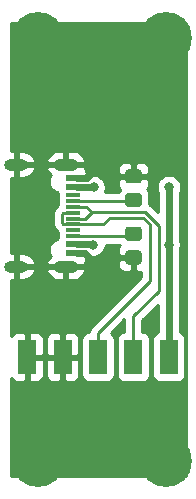
<source format=gbr>
%TF.GenerationSoftware,KiCad,Pcbnew,(5.1.10)-1*%
%TF.CreationDate,2021-05-17T17:41:51-05:00*%
%TF.ProjectId,YMDK_USB_C,594d444b-5f55-4534-925f-432e6b696361,rev?*%
%TF.SameCoordinates,Original*%
%TF.FileFunction,Copper,L1,Top*%
%TF.FilePolarity,Positive*%
%FSLAX46Y46*%
G04 Gerber Fmt 4.6, Leading zero omitted, Abs format (unit mm)*
G04 Created by KiCad (PCBNEW (5.1.10)-1) date 2021-05-17 17:41:51*
%MOMM*%
%LPD*%
G01*
G04 APERTURE LIST*
%TA.AperFunction,ComponentPad*%
%ADD10O,2.000000X1.000000*%
%TD*%
%TA.AperFunction,ComponentPad*%
%ADD11O,2.100000X1.050000*%
%TD*%
%TA.AperFunction,SMDPad,CuDef*%
%ADD12R,1.150000X0.600000*%
%TD*%
%TA.AperFunction,SMDPad,CuDef*%
%ADD13R,1.150000X0.300000*%
%TD*%
%TA.AperFunction,ComponentPad*%
%ADD14C,4.400000*%
%TD*%
%TA.AperFunction,SMDPad,CuDef*%
%ADD15R,1.524000X3.000000*%
%TD*%
%TA.AperFunction,ViaPad*%
%ADD16C,0.800000*%
%TD*%
%TA.AperFunction,Conductor*%
%ADD17C,0.250000*%
%TD*%
%TA.AperFunction,Conductor*%
%ADD18C,0.600000*%
%TD*%
%TA.AperFunction,Conductor*%
%ADD19C,0.254000*%
%TD*%
%TA.AperFunction,Conductor*%
%ADD20C,0.100000*%
%TD*%
G04 APERTURE END LIST*
D10*
%TO.P,J1,G1*%
%TO.N,GND*%
X131100000Y-64198000D03*
%TO.P,J1,G2*%
X131100000Y-72838000D03*
D11*
%TO.P,J1,G3*%
X135280000Y-64198000D03*
%TO.P,J1,G4*%
X135280000Y-72838000D03*
D12*
%TO.P,J1,A1/B12*%
X135855000Y-65318000D03*
%TO.P,J1,B1/A12*%
X135855000Y-71718000D03*
%TO.P,J1,A4/B9*%
%TO.N,Net-(J1-PadA4/B9)*%
X135855000Y-66118000D03*
%TO.P,J1,B4/A9*%
X135855000Y-70918000D03*
D13*
%TO.P,J1,A7*%
%TO.N,Net-(J1-PadA7)*%
X135855000Y-68768000D03*
%TO.P,J1,A6*%
%TO.N,Net-(J1-PadA6)*%
X135855000Y-68268000D03*
%TO.P,J1,B6*%
X135855000Y-69268000D03*
%TO.P,J1,A8*%
%TO.N,Net-(J1-PadA8)*%
X135855000Y-69768000D03*
%TO.P,J1,B5*%
%TO.N,Net-(J1-PadB5)*%
X135855000Y-70268000D03*
%TO.P,J1,B7*%
%TO.N,Net-(J1-PadA7)*%
X135855000Y-67768000D03*
%TO.P,J1,A5*%
%TO.N,Net-(J1-PadA5)*%
X135855000Y-67268000D03*
%TO.P,J1,B8*%
%TO.N,Net-(J1-PadB8)*%
X135855000Y-66768000D03*
%TD*%
D14*
%TO.P,H2,1*%
%TO.N,GND*%
X132937000Y-53492500D03*
%TD*%
%TO.P,H1,1*%
%TO.N,GND*%
X143732000Y-53492500D03*
%TD*%
%TO.P,H4,1*%
%TO.N,GND*%
X143732000Y-89306500D03*
%TD*%
%TO.P,H3,1*%
%TO.N,GND*%
X132937000Y-89306500D03*
%TD*%
D15*
%TO.P,J2_5,1*%
%TO.N,GND*%
X132000000Y-80500000D03*
%TD*%
%TO.P,J2_4,1*%
%TO.N,GND*%
X135000000Y-80500000D03*
%TD*%
%TO.P,J2_3,1*%
%TO.N,Net-(J1-PadA6)*%
X138000000Y-80500000D03*
%TD*%
%TO.P,J2_2,1*%
%TO.N,Net-(J1-PadA7)*%
X141000000Y-80500000D03*
%TD*%
%TO.P,J2_1,1*%
%TO.N,Net-(J1-PadA4/B9)*%
X144000000Y-80500000D03*
%TD*%
%TO.P,R2,2*%
%TO.N,GND*%
%TA.AperFunction,SMDPad,CuDef*%
G36*
G01*
X140559999Y-71460000D02*
X141460001Y-71460000D01*
G75*
G02*
X141710000Y-71709999I0J-249999D01*
G01*
X141710000Y-72410001D01*
G75*
G02*
X141460001Y-72660000I-249999J0D01*
G01*
X140559999Y-72660000D01*
G75*
G02*
X140310000Y-72410001I0J249999D01*
G01*
X140310000Y-71709999D01*
G75*
G02*
X140559999Y-71460000I249999J0D01*
G01*
G37*
%TD.AperFunction*%
%TO.P,R2,1*%
%TO.N,Net-(J1-PadB5)*%
%TA.AperFunction,SMDPad,CuDef*%
G36*
G01*
X140559999Y-69460000D02*
X141460001Y-69460000D01*
G75*
G02*
X141710000Y-69709999I0J-249999D01*
G01*
X141710000Y-70410001D01*
G75*
G02*
X141460001Y-70660000I-249999J0D01*
G01*
X140559999Y-70660000D01*
G75*
G02*
X140310000Y-70410001I0J249999D01*
G01*
X140310000Y-69709999D01*
G75*
G02*
X140559999Y-69460000I249999J0D01*
G01*
G37*
%TD.AperFunction*%
%TD*%
%TO.P,R1,2*%
%TO.N,GND*%
%TA.AperFunction,SMDPad,CuDef*%
G36*
G01*
X141460001Y-65800000D02*
X140559999Y-65800000D01*
G75*
G02*
X140310000Y-65550001I0J249999D01*
G01*
X140310000Y-64849999D01*
G75*
G02*
X140559999Y-64600000I249999J0D01*
G01*
X141460001Y-64600000D01*
G75*
G02*
X141710000Y-64849999I0J-249999D01*
G01*
X141710000Y-65550001D01*
G75*
G02*
X141460001Y-65800000I-249999J0D01*
G01*
G37*
%TD.AperFunction*%
%TO.P,R1,1*%
%TO.N,Net-(J1-PadA5)*%
%TA.AperFunction,SMDPad,CuDef*%
G36*
G01*
X141460001Y-67800000D02*
X140559999Y-67800000D01*
G75*
G02*
X140310000Y-67550001I0J249999D01*
G01*
X140310000Y-66849999D01*
G75*
G02*
X140559999Y-66600000I249999J0D01*
G01*
X141460001Y-66600000D01*
G75*
G02*
X141710000Y-66849999I0J-249999D01*
G01*
X141710000Y-67550001D01*
G75*
G02*
X141460001Y-67800000I-249999J0D01*
G01*
G37*
%TD.AperFunction*%
%TD*%
D16*
%TO.N,Net-(J1-PadA4/B9)*%
X137610000Y-70968001D03*
X144010000Y-66110000D03*
X137630000Y-66110000D03*
X143978001Y-70968001D03*
%TD*%
D17*
%TO.N,Net-(J1-PadA5)*%
X140942000Y-67268000D02*
X136185000Y-67268000D01*
X141010000Y-67200000D02*
X140942000Y-67268000D01*
%TO.N,Net-(J1-PadA7)*%
X136995002Y-67768000D02*
X136185000Y-67768000D01*
X137467002Y-68240000D02*
X136995002Y-67768000D01*
X137460000Y-68240000D02*
X136932000Y-68768000D01*
X136932000Y-68768000D02*
X136185000Y-68768000D01*
X137467002Y-68240000D02*
X137460000Y-68240000D01*
X141000000Y-77040000D02*
X141000000Y-80500000D01*
X143150000Y-74890000D02*
X141000000Y-77040000D01*
X141996410Y-68240000D02*
X143150000Y-69393590D01*
X137467002Y-68240000D02*
X141996410Y-68240000D01*
X143150000Y-74890000D02*
X143150000Y-69393590D01*
%TO.N,Net-(J1-PadA6)*%
X142390000Y-69270000D02*
X141810010Y-68690010D01*
X138000000Y-78430000D02*
X142390000Y-74040000D01*
X141810010Y-68690010D02*
X139035990Y-68690010D01*
X138000000Y-80500000D02*
X138000000Y-78430000D01*
X139035990Y-68690010D02*
X138458000Y-69268000D01*
X136185000Y-69268000D02*
X138458000Y-69268000D01*
X142390000Y-74040000D02*
X142390000Y-69270000D01*
X135044998Y-68268000D02*
X135855000Y-68268000D01*
X134954999Y-68357999D02*
X135044998Y-68268000D01*
X134954999Y-69178001D02*
X134954999Y-68357999D01*
X135044998Y-69268000D02*
X134954999Y-69178001D01*
X135855000Y-69268000D02*
X135044998Y-69268000D01*
%TO.N,Net-(J1-PadB5)*%
X136396999Y-70243001D02*
X140826999Y-70243001D01*
X140826999Y-70243001D02*
X141010000Y-70060000D01*
X136372000Y-70268000D02*
X136396999Y-70243001D01*
X136185000Y-70268000D02*
X136372000Y-70268000D01*
%TO.N,GND*%
X136192000Y-71560000D02*
X136185000Y-71553000D01*
D18*
X136185000Y-65318000D02*
X137062000Y-65318000D01*
X137062000Y-65318000D02*
X137660000Y-64720000D01*
X136185000Y-71718000D02*
X136878000Y-71718000D01*
X136878000Y-71718000D02*
X137830000Y-72670000D01*
D17*
%TO.N,Net-(J1-PadA4/B9)*%
X144000000Y-74630000D02*
X143910000Y-74540000D01*
D18*
X144000000Y-80500000D02*
X144000000Y-74630000D01*
X137559999Y-70918000D02*
X137610000Y-70968001D01*
X136185000Y-70918000D02*
X137559999Y-70918000D01*
X137622000Y-66118000D02*
X137630000Y-66110000D01*
X136185000Y-66118000D02*
X137622000Y-66118000D01*
X144000000Y-66120000D02*
X144010000Y-66110000D01*
X144000000Y-74630000D02*
X144000000Y-66120000D01*
%TD*%
D19*
%TO.N,GND*%
X145469001Y-90599000D02*
X130660000Y-90599000D01*
X130660000Y-82265698D01*
X130707463Y-82354494D01*
X130786815Y-82451185D01*
X130883506Y-82530537D01*
X130993820Y-82589502D01*
X131113518Y-82625812D01*
X131238000Y-82638072D01*
X131714250Y-82635000D01*
X131873000Y-82476250D01*
X131873000Y-80627000D01*
X132127000Y-80627000D01*
X132127000Y-82476250D01*
X132285750Y-82635000D01*
X132762000Y-82638072D01*
X132886482Y-82625812D01*
X133006180Y-82589502D01*
X133116494Y-82530537D01*
X133213185Y-82451185D01*
X133292537Y-82354494D01*
X133351502Y-82244180D01*
X133387812Y-82124482D01*
X133400072Y-82000000D01*
X133599928Y-82000000D01*
X133612188Y-82124482D01*
X133648498Y-82244180D01*
X133707463Y-82354494D01*
X133786815Y-82451185D01*
X133883506Y-82530537D01*
X133993820Y-82589502D01*
X134113518Y-82625812D01*
X134238000Y-82638072D01*
X134714250Y-82635000D01*
X134873000Y-82476250D01*
X134873000Y-80627000D01*
X135127000Y-80627000D01*
X135127000Y-82476250D01*
X135285750Y-82635000D01*
X135762000Y-82638072D01*
X135886482Y-82625812D01*
X136006180Y-82589502D01*
X136116494Y-82530537D01*
X136213185Y-82451185D01*
X136292537Y-82354494D01*
X136351502Y-82244180D01*
X136387812Y-82124482D01*
X136400072Y-82000000D01*
X136397000Y-80785750D01*
X136238250Y-80627000D01*
X135127000Y-80627000D01*
X134873000Y-80627000D01*
X133761750Y-80627000D01*
X133603000Y-80785750D01*
X133599928Y-82000000D01*
X133400072Y-82000000D01*
X133397000Y-80785750D01*
X133238250Y-80627000D01*
X132127000Y-80627000D01*
X131873000Y-80627000D01*
X131853000Y-80627000D01*
X131853000Y-80373000D01*
X131873000Y-80373000D01*
X131873000Y-78523750D01*
X132127000Y-78523750D01*
X132127000Y-80373000D01*
X133238250Y-80373000D01*
X133397000Y-80214250D01*
X133400072Y-79000000D01*
X133599928Y-79000000D01*
X133603000Y-80214250D01*
X133761750Y-80373000D01*
X134873000Y-80373000D01*
X134873000Y-78523750D01*
X135127000Y-78523750D01*
X135127000Y-80373000D01*
X136238250Y-80373000D01*
X136397000Y-80214250D01*
X136400072Y-79000000D01*
X136387812Y-78875518D01*
X136351502Y-78755820D01*
X136292537Y-78645506D01*
X136213185Y-78548815D01*
X136116494Y-78469463D01*
X136006180Y-78410498D01*
X135886482Y-78374188D01*
X135762000Y-78361928D01*
X135285750Y-78365000D01*
X135127000Y-78523750D01*
X134873000Y-78523750D01*
X134714250Y-78365000D01*
X134238000Y-78361928D01*
X134113518Y-78374188D01*
X133993820Y-78410498D01*
X133883506Y-78469463D01*
X133786815Y-78548815D01*
X133707463Y-78645506D01*
X133648498Y-78755820D01*
X133612188Y-78875518D01*
X133599928Y-79000000D01*
X133400072Y-79000000D01*
X133387812Y-78875518D01*
X133351502Y-78755820D01*
X133292537Y-78645506D01*
X133213185Y-78548815D01*
X133116494Y-78469463D01*
X133006180Y-78410498D01*
X132886482Y-78374188D01*
X132762000Y-78361928D01*
X132285750Y-78365000D01*
X132127000Y-78523750D01*
X131873000Y-78523750D01*
X131714250Y-78365000D01*
X131238000Y-78361928D01*
X131113518Y-78374188D01*
X130993820Y-78410498D01*
X130883506Y-78469463D01*
X130786815Y-78548815D01*
X130707463Y-78645506D01*
X130660000Y-78734302D01*
X130660000Y-73973000D01*
X130973000Y-73973000D01*
X130973000Y-72965000D01*
X131227000Y-72965000D01*
X131227000Y-73973000D01*
X131727000Y-73973000D01*
X131945987Y-73926415D01*
X132151678Y-73838003D01*
X132336169Y-73711161D01*
X132492369Y-73550764D01*
X132614276Y-73362976D01*
X132692710Y-73143810D01*
X133636036Y-73143810D01*
X133719937Y-73376864D01*
X133844953Y-73568441D01*
X134004941Y-73731947D01*
X134193754Y-73861099D01*
X134404135Y-73950934D01*
X134628000Y-73998000D01*
X135153000Y-73998000D01*
X135153000Y-72965000D01*
X135407000Y-72965000D01*
X135407000Y-73998000D01*
X135932000Y-73998000D01*
X136155865Y-73950934D01*
X136366246Y-73861099D01*
X136555059Y-73731947D01*
X136715047Y-73568441D01*
X136840063Y-73376864D01*
X136923964Y-73143810D01*
X136798163Y-72965000D01*
X135407000Y-72965000D01*
X135153000Y-72965000D01*
X133761837Y-72965000D01*
X133636036Y-73143810D01*
X132692710Y-73143810D01*
X132694119Y-73139874D01*
X132567954Y-72965000D01*
X131227000Y-72965000D01*
X130973000Y-72965000D01*
X130953000Y-72965000D01*
X130953000Y-72711000D01*
X130973000Y-72711000D01*
X130973000Y-71703000D01*
X131227000Y-71703000D01*
X131227000Y-72711000D01*
X132567954Y-72711000D01*
X132694119Y-72536126D01*
X132614276Y-72313024D01*
X132492369Y-72125236D01*
X132336169Y-71964839D01*
X132151678Y-71837997D01*
X131945987Y-71749585D01*
X131727000Y-71703000D01*
X131227000Y-71703000D01*
X130973000Y-71703000D01*
X130660000Y-71703000D01*
X130660000Y-65333000D01*
X130973000Y-65333000D01*
X130973000Y-64325000D01*
X131227000Y-64325000D01*
X131227000Y-65333000D01*
X131727000Y-65333000D01*
X131945987Y-65286415D01*
X132151678Y-65198003D01*
X132336169Y-65071161D01*
X132492369Y-64910764D01*
X132614276Y-64722976D01*
X132692710Y-64503810D01*
X133636036Y-64503810D01*
X133719937Y-64736864D01*
X133844953Y-64928441D01*
X133992258Y-65078985D01*
X133929259Y-65173269D01*
X133856892Y-65347978D01*
X133820000Y-65533448D01*
X133820000Y-65722552D01*
X133856892Y-65908022D01*
X133929259Y-66082731D01*
X134034319Y-66239964D01*
X134168036Y-66373681D01*
X134325269Y-66478741D01*
X134499978Y-66551108D01*
X134645662Y-66580086D01*
X134641928Y-66618000D01*
X134641928Y-66918000D01*
X134651777Y-67018000D01*
X134641928Y-67118000D01*
X134641928Y-67418000D01*
X134651777Y-67518000D01*
X134641928Y-67618000D01*
X134641928Y-67621691D01*
X134620722Y-67633026D01*
X134504997Y-67727999D01*
X134481194Y-67757003D01*
X134443997Y-67794200D01*
X134414999Y-67817998D01*
X134391201Y-67846996D01*
X134391200Y-67846997D01*
X134320025Y-67933723D01*
X134249453Y-68065753D01*
X134233605Y-68118000D01*
X134205997Y-68209013D01*
X134194999Y-68320666D01*
X134194999Y-68320677D01*
X134191323Y-68357999D01*
X134194999Y-68395321D01*
X134194999Y-69140679D01*
X134191323Y-69178001D01*
X134194999Y-69215323D01*
X134194999Y-69215333D01*
X134205996Y-69326986D01*
X134243314Y-69450010D01*
X134249453Y-69470247D01*
X134320025Y-69602277D01*
X134359870Y-69650827D01*
X134414998Y-69718002D01*
X134444002Y-69741805D01*
X134481194Y-69778997D01*
X134504997Y-69808001D01*
X134620722Y-69902974D01*
X134641928Y-69914309D01*
X134641928Y-69918000D01*
X134651777Y-70018000D01*
X134641928Y-70118000D01*
X134641928Y-70418000D01*
X134645662Y-70455914D01*
X134499978Y-70484892D01*
X134325269Y-70557259D01*
X134168036Y-70662319D01*
X134034319Y-70796036D01*
X133929259Y-70953269D01*
X133856892Y-71127978D01*
X133820000Y-71313448D01*
X133820000Y-71502552D01*
X133856892Y-71688022D01*
X133929259Y-71862731D01*
X133992258Y-71957015D01*
X133844953Y-72107559D01*
X133719937Y-72299136D01*
X133636036Y-72532190D01*
X133761837Y-72711000D01*
X135153000Y-72711000D01*
X135153000Y-72691000D01*
X135407000Y-72691000D01*
X135407000Y-72711000D01*
X136798163Y-72711000D01*
X136834043Y-72660000D01*
X139671928Y-72660000D01*
X139684188Y-72784482D01*
X139720498Y-72904180D01*
X139779463Y-73014494D01*
X139858815Y-73111185D01*
X139955506Y-73190537D01*
X140065820Y-73249502D01*
X140185518Y-73285812D01*
X140310000Y-73298072D01*
X140724250Y-73295000D01*
X140883000Y-73136250D01*
X140883000Y-72187000D01*
X139833750Y-72187000D01*
X139675000Y-72345750D01*
X139671928Y-72660000D01*
X136834043Y-72660000D01*
X136923964Y-72532190D01*
X136895154Y-72452164D01*
X136960537Y-72372494D01*
X137019502Y-72262180D01*
X137055812Y-72142482D01*
X137068072Y-72018000D01*
X137065000Y-72003750D01*
X136914250Y-71853000D01*
X137071544Y-71853000D01*
X137119744Y-71885206D01*
X137308102Y-71963227D01*
X137508061Y-72003001D01*
X137711939Y-72003001D01*
X137911898Y-71963227D01*
X138100256Y-71885206D01*
X138269774Y-71771938D01*
X138413937Y-71627775D01*
X138527205Y-71458257D01*
X138605226Y-71269899D01*
X138645000Y-71069940D01*
X138645000Y-71003001D01*
X139865899Y-71003001D01*
X139858815Y-71008815D01*
X139779463Y-71105506D01*
X139720498Y-71215820D01*
X139684188Y-71335518D01*
X139671928Y-71460000D01*
X139675000Y-71774250D01*
X139833750Y-71933000D01*
X140883000Y-71933000D01*
X140883000Y-71913000D01*
X141137000Y-71913000D01*
X141137000Y-71933000D01*
X141157000Y-71933000D01*
X141157000Y-72187000D01*
X141137000Y-72187000D01*
X141137000Y-73136250D01*
X141295750Y-73295000D01*
X141630000Y-73297479D01*
X141630000Y-73725198D01*
X137488998Y-77866201D01*
X137460000Y-77889999D01*
X137436202Y-77918997D01*
X137436201Y-77918998D01*
X137365026Y-78005724D01*
X137294454Y-78137754D01*
X137250998Y-78281015D01*
X137243029Y-78361928D01*
X137238000Y-78361928D01*
X137113518Y-78374188D01*
X136993820Y-78410498D01*
X136883506Y-78469463D01*
X136786815Y-78548815D01*
X136707463Y-78645506D01*
X136648498Y-78755820D01*
X136612188Y-78875518D01*
X136599928Y-79000000D01*
X136599928Y-82000000D01*
X136612188Y-82124482D01*
X136648498Y-82244180D01*
X136707463Y-82354494D01*
X136786815Y-82451185D01*
X136883506Y-82530537D01*
X136993820Y-82589502D01*
X137113518Y-82625812D01*
X137238000Y-82638072D01*
X138762000Y-82638072D01*
X138886482Y-82625812D01*
X139006180Y-82589502D01*
X139116494Y-82530537D01*
X139213185Y-82451185D01*
X139292537Y-82354494D01*
X139351502Y-82244180D01*
X139387812Y-82124482D01*
X139400072Y-82000000D01*
X139400072Y-79000000D01*
X139387812Y-78875518D01*
X139351502Y-78755820D01*
X139292537Y-78645506D01*
X139213185Y-78548815D01*
X139116494Y-78469463D01*
X139063607Y-78441194D01*
X140240000Y-77264801D01*
X140240000Y-78361928D01*
X140238000Y-78361928D01*
X140113518Y-78374188D01*
X139993820Y-78410498D01*
X139883506Y-78469463D01*
X139786815Y-78548815D01*
X139707463Y-78645506D01*
X139648498Y-78755820D01*
X139612188Y-78875518D01*
X139599928Y-79000000D01*
X139599928Y-82000000D01*
X139612188Y-82124482D01*
X139648498Y-82244180D01*
X139707463Y-82354494D01*
X139786815Y-82451185D01*
X139883506Y-82530537D01*
X139993820Y-82589502D01*
X140113518Y-82625812D01*
X140238000Y-82638072D01*
X141762000Y-82638072D01*
X141886482Y-82625812D01*
X142006180Y-82589502D01*
X142116494Y-82530537D01*
X142213185Y-82451185D01*
X142292537Y-82354494D01*
X142351502Y-82244180D01*
X142387812Y-82124482D01*
X142400072Y-82000000D01*
X142400072Y-79000000D01*
X142387812Y-78875518D01*
X142351502Y-78755820D01*
X142292537Y-78645506D01*
X142213185Y-78548815D01*
X142116494Y-78469463D01*
X142006180Y-78410498D01*
X141886482Y-78374188D01*
X141762000Y-78361928D01*
X141760000Y-78361928D01*
X141760000Y-77354801D01*
X143065001Y-76049801D01*
X143065000Y-78388906D01*
X142993820Y-78410498D01*
X142883506Y-78469463D01*
X142786815Y-78548815D01*
X142707463Y-78645506D01*
X142648498Y-78755820D01*
X142612188Y-78875518D01*
X142599928Y-79000000D01*
X142599928Y-82000000D01*
X142612188Y-82124482D01*
X142648498Y-82244180D01*
X142707463Y-82354494D01*
X142786815Y-82451185D01*
X142883506Y-82530537D01*
X142993820Y-82589502D01*
X143113518Y-82625812D01*
X143238000Y-82638072D01*
X144762000Y-82638072D01*
X144886482Y-82625812D01*
X145006180Y-82589502D01*
X145116494Y-82530537D01*
X145213185Y-82451185D01*
X145292537Y-82354494D01*
X145351502Y-82244180D01*
X145387812Y-82124482D01*
X145400072Y-82000000D01*
X145400072Y-79000000D01*
X145387812Y-78875518D01*
X145351502Y-78755820D01*
X145292537Y-78645506D01*
X145213185Y-78548815D01*
X145116494Y-78469463D01*
X145006180Y-78410498D01*
X144935000Y-78388906D01*
X144935000Y-71362186D01*
X144973227Y-71269899D01*
X145013001Y-71069940D01*
X145013001Y-70866062D01*
X144973227Y-70666103D01*
X144935000Y-70573816D01*
X144935000Y-66581437D01*
X145005226Y-66411898D01*
X145045000Y-66211939D01*
X145045000Y-66008061D01*
X145005226Y-65808102D01*
X144927205Y-65619744D01*
X144813937Y-65450226D01*
X144669774Y-65306063D01*
X144500256Y-65192795D01*
X144311898Y-65114774D01*
X144111939Y-65075000D01*
X143908061Y-65075000D01*
X143708102Y-65114774D01*
X143519744Y-65192795D01*
X143350226Y-65306063D01*
X143206063Y-65450226D01*
X143092795Y-65619744D01*
X143014774Y-65808102D01*
X142975000Y-66008061D01*
X142975000Y-66211939D01*
X143014774Y-66411898D01*
X143065001Y-66533156D01*
X143065001Y-68233789D01*
X142560214Y-67729003D01*
X142536411Y-67699999D01*
X142420686Y-67605026D01*
X142346555Y-67565402D01*
X142348072Y-67550001D01*
X142348072Y-66849999D01*
X142331008Y-66676745D01*
X142280472Y-66510149D01*
X142198405Y-66356613D01*
X142131724Y-66275363D01*
X142161185Y-66251185D01*
X142240537Y-66154494D01*
X142299502Y-66044180D01*
X142335812Y-65924482D01*
X142348072Y-65800000D01*
X142345000Y-65485750D01*
X142186250Y-65327000D01*
X141137000Y-65327000D01*
X141137000Y-65347000D01*
X140883000Y-65347000D01*
X140883000Y-65327000D01*
X139833750Y-65327000D01*
X139675000Y-65485750D01*
X139671928Y-65800000D01*
X139684188Y-65924482D01*
X139720498Y-66044180D01*
X139779463Y-66154494D01*
X139858815Y-66251185D01*
X139888276Y-66275363D01*
X139821595Y-66356613D01*
X139740677Y-66508000D01*
X138585419Y-66508000D01*
X138625226Y-66411898D01*
X138665000Y-66211939D01*
X138665000Y-66008061D01*
X138625226Y-65808102D01*
X138547205Y-65619744D01*
X138433937Y-65450226D01*
X138289774Y-65306063D01*
X138120256Y-65192795D01*
X137931898Y-65114774D01*
X137731939Y-65075000D01*
X137528061Y-65075000D01*
X137328102Y-65114774D01*
X137163391Y-65183000D01*
X136914250Y-65183000D01*
X137065000Y-65032250D01*
X137068072Y-65018000D01*
X137055812Y-64893518D01*
X137019502Y-64773820D01*
X136960537Y-64663506D01*
X136908420Y-64600000D01*
X139671928Y-64600000D01*
X139675000Y-64914250D01*
X139833750Y-65073000D01*
X140883000Y-65073000D01*
X140883000Y-64123750D01*
X141137000Y-64123750D01*
X141137000Y-65073000D01*
X142186250Y-65073000D01*
X142345000Y-64914250D01*
X142348072Y-64600000D01*
X142335812Y-64475518D01*
X142299502Y-64355820D01*
X142240537Y-64245506D01*
X142161185Y-64148815D01*
X142064494Y-64069463D01*
X141954180Y-64010498D01*
X141834482Y-63974188D01*
X141710000Y-63961928D01*
X141295750Y-63965000D01*
X141137000Y-64123750D01*
X140883000Y-64123750D01*
X140724250Y-63965000D01*
X140310000Y-63961928D01*
X140185518Y-63974188D01*
X140065820Y-64010498D01*
X139955506Y-64069463D01*
X139858815Y-64148815D01*
X139779463Y-64245506D01*
X139720498Y-64355820D01*
X139684188Y-64475518D01*
X139671928Y-64600000D01*
X136908420Y-64600000D01*
X136895154Y-64583836D01*
X136923964Y-64503810D01*
X136798163Y-64325000D01*
X135407000Y-64325000D01*
X135407000Y-64345000D01*
X135153000Y-64345000D01*
X135153000Y-64325000D01*
X133761837Y-64325000D01*
X133636036Y-64503810D01*
X132692710Y-64503810D01*
X132694119Y-64499874D01*
X132567954Y-64325000D01*
X131227000Y-64325000D01*
X130973000Y-64325000D01*
X130953000Y-64325000D01*
X130953000Y-64071000D01*
X130973000Y-64071000D01*
X130973000Y-63063000D01*
X131227000Y-63063000D01*
X131227000Y-64071000D01*
X132567954Y-64071000D01*
X132694119Y-63896126D01*
X132692711Y-63892190D01*
X133636036Y-63892190D01*
X133761837Y-64071000D01*
X135153000Y-64071000D01*
X135153000Y-63038000D01*
X135407000Y-63038000D01*
X135407000Y-64071000D01*
X136798163Y-64071000D01*
X136923964Y-63892190D01*
X136840063Y-63659136D01*
X136715047Y-63467559D01*
X136555059Y-63304053D01*
X136366246Y-63174901D01*
X136155865Y-63085066D01*
X135932000Y-63038000D01*
X135407000Y-63038000D01*
X135153000Y-63038000D01*
X134628000Y-63038000D01*
X134404135Y-63085066D01*
X134193754Y-63174901D01*
X134004941Y-63304053D01*
X133844953Y-63467559D01*
X133719937Y-63659136D01*
X133636036Y-63892190D01*
X132692711Y-63892190D01*
X132614276Y-63673024D01*
X132492369Y-63485236D01*
X132336169Y-63324839D01*
X132151678Y-63197997D01*
X131945987Y-63109585D01*
X131727000Y-63063000D01*
X131227000Y-63063000D01*
X130973000Y-63063000D01*
X130660000Y-63063000D01*
X130660000Y-52200000D01*
X145469000Y-52200000D01*
X145469001Y-90599000D01*
%TA.AperFunction,Conductor*%
D20*
G36*
X145469001Y-90599000D02*
G01*
X130660000Y-90599000D01*
X130660000Y-82265698D01*
X130707463Y-82354494D01*
X130786815Y-82451185D01*
X130883506Y-82530537D01*
X130993820Y-82589502D01*
X131113518Y-82625812D01*
X131238000Y-82638072D01*
X131714250Y-82635000D01*
X131873000Y-82476250D01*
X131873000Y-80627000D01*
X132127000Y-80627000D01*
X132127000Y-82476250D01*
X132285750Y-82635000D01*
X132762000Y-82638072D01*
X132886482Y-82625812D01*
X133006180Y-82589502D01*
X133116494Y-82530537D01*
X133213185Y-82451185D01*
X133292537Y-82354494D01*
X133351502Y-82244180D01*
X133387812Y-82124482D01*
X133400072Y-82000000D01*
X133599928Y-82000000D01*
X133612188Y-82124482D01*
X133648498Y-82244180D01*
X133707463Y-82354494D01*
X133786815Y-82451185D01*
X133883506Y-82530537D01*
X133993820Y-82589502D01*
X134113518Y-82625812D01*
X134238000Y-82638072D01*
X134714250Y-82635000D01*
X134873000Y-82476250D01*
X134873000Y-80627000D01*
X135127000Y-80627000D01*
X135127000Y-82476250D01*
X135285750Y-82635000D01*
X135762000Y-82638072D01*
X135886482Y-82625812D01*
X136006180Y-82589502D01*
X136116494Y-82530537D01*
X136213185Y-82451185D01*
X136292537Y-82354494D01*
X136351502Y-82244180D01*
X136387812Y-82124482D01*
X136400072Y-82000000D01*
X136397000Y-80785750D01*
X136238250Y-80627000D01*
X135127000Y-80627000D01*
X134873000Y-80627000D01*
X133761750Y-80627000D01*
X133603000Y-80785750D01*
X133599928Y-82000000D01*
X133400072Y-82000000D01*
X133397000Y-80785750D01*
X133238250Y-80627000D01*
X132127000Y-80627000D01*
X131873000Y-80627000D01*
X131853000Y-80627000D01*
X131853000Y-80373000D01*
X131873000Y-80373000D01*
X131873000Y-78523750D01*
X132127000Y-78523750D01*
X132127000Y-80373000D01*
X133238250Y-80373000D01*
X133397000Y-80214250D01*
X133400072Y-79000000D01*
X133599928Y-79000000D01*
X133603000Y-80214250D01*
X133761750Y-80373000D01*
X134873000Y-80373000D01*
X134873000Y-78523750D01*
X135127000Y-78523750D01*
X135127000Y-80373000D01*
X136238250Y-80373000D01*
X136397000Y-80214250D01*
X136400072Y-79000000D01*
X136387812Y-78875518D01*
X136351502Y-78755820D01*
X136292537Y-78645506D01*
X136213185Y-78548815D01*
X136116494Y-78469463D01*
X136006180Y-78410498D01*
X135886482Y-78374188D01*
X135762000Y-78361928D01*
X135285750Y-78365000D01*
X135127000Y-78523750D01*
X134873000Y-78523750D01*
X134714250Y-78365000D01*
X134238000Y-78361928D01*
X134113518Y-78374188D01*
X133993820Y-78410498D01*
X133883506Y-78469463D01*
X133786815Y-78548815D01*
X133707463Y-78645506D01*
X133648498Y-78755820D01*
X133612188Y-78875518D01*
X133599928Y-79000000D01*
X133400072Y-79000000D01*
X133387812Y-78875518D01*
X133351502Y-78755820D01*
X133292537Y-78645506D01*
X133213185Y-78548815D01*
X133116494Y-78469463D01*
X133006180Y-78410498D01*
X132886482Y-78374188D01*
X132762000Y-78361928D01*
X132285750Y-78365000D01*
X132127000Y-78523750D01*
X131873000Y-78523750D01*
X131714250Y-78365000D01*
X131238000Y-78361928D01*
X131113518Y-78374188D01*
X130993820Y-78410498D01*
X130883506Y-78469463D01*
X130786815Y-78548815D01*
X130707463Y-78645506D01*
X130660000Y-78734302D01*
X130660000Y-73973000D01*
X130973000Y-73973000D01*
X130973000Y-72965000D01*
X131227000Y-72965000D01*
X131227000Y-73973000D01*
X131727000Y-73973000D01*
X131945987Y-73926415D01*
X132151678Y-73838003D01*
X132336169Y-73711161D01*
X132492369Y-73550764D01*
X132614276Y-73362976D01*
X132692710Y-73143810D01*
X133636036Y-73143810D01*
X133719937Y-73376864D01*
X133844953Y-73568441D01*
X134004941Y-73731947D01*
X134193754Y-73861099D01*
X134404135Y-73950934D01*
X134628000Y-73998000D01*
X135153000Y-73998000D01*
X135153000Y-72965000D01*
X135407000Y-72965000D01*
X135407000Y-73998000D01*
X135932000Y-73998000D01*
X136155865Y-73950934D01*
X136366246Y-73861099D01*
X136555059Y-73731947D01*
X136715047Y-73568441D01*
X136840063Y-73376864D01*
X136923964Y-73143810D01*
X136798163Y-72965000D01*
X135407000Y-72965000D01*
X135153000Y-72965000D01*
X133761837Y-72965000D01*
X133636036Y-73143810D01*
X132692710Y-73143810D01*
X132694119Y-73139874D01*
X132567954Y-72965000D01*
X131227000Y-72965000D01*
X130973000Y-72965000D01*
X130953000Y-72965000D01*
X130953000Y-72711000D01*
X130973000Y-72711000D01*
X130973000Y-71703000D01*
X131227000Y-71703000D01*
X131227000Y-72711000D01*
X132567954Y-72711000D01*
X132694119Y-72536126D01*
X132614276Y-72313024D01*
X132492369Y-72125236D01*
X132336169Y-71964839D01*
X132151678Y-71837997D01*
X131945987Y-71749585D01*
X131727000Y-71703000D01*
X131227000Y-71703000D01*
X130973000Y-71703000D01*
X130660000Y-71703000D01*
X130660000Y-65333000D01*
X130973000Y-65333000D01*
X130973000Y-64325000D01*
X131227000Y-64325000D01*
X131227000Y-65333000D01*
X131727000Y-65333000D01*
X131945987Y-65286415D01*
X132151678Y-65198003D01*
X132336169Y-65071161D01*
X132492369Y-64910764D01*
X132614276Y-64722976D01*
X132692710Y-64503810D01*
X133636036Y-64503810D01*
X133719937Y-64736864D01*
X133844953Y-64928441D01*
X133992258Y-65078985D01*
X133929259Y-65173269D01*
X133856892Y-65347978D01*
X133820000Y-65533448D01*
X133820000Y-65722552D01*
X133856892Y-65908022D01*
X133929259Y-66082731D01*
X134034319Y-66239964D01*
X134168036Y-66373681D01*
X134325269Y-66478741D01*
X134499978Y-66551108D01*
X134645662Y-66580086D01*
X134641928Y-66618000D01*
X134641928Y-66918000D01*
X134651777Y-67018000D01*
X134641928Y-67118000D01*
X134641928Y-67418000D01*
X134651777Y-67518000D01*
X134641928Y-67618000D01*
X134641928Y-67621691D01*
X134620722Y-67633026D01*
X134504997Y-67727999D01*
X134481194Y-67757003D01*
X134443997Y-67794200D01*
X134414999Y-67817998D01*
X134391201Y-67846996D01*
X134391200Y-67846997D01*
X134320025Y-67933723D01*
X134249453Y-68065753D01*
X134233605Y-68118000D01*
X134205997Y-68209013D01*
X134194999Y-68320666D01*
X134194999Y-68320677D01*
X134191323Y-68357999D01*
X134194999Y-68395321D01*
X134194999Y-69140679D01*
X134191323Y-69178001D01*
X134194999Y-69215323D01*
X134194999Y-69215333D01*
X134205996Y-69326986D01*
X134243314Y-69450010D01*
X134249453Y-69470247D01*
X134320025Y-69602277D01*
X134359870Y-69650827D01*
X134414998Y-69718002D01*
X134444002Y-69741805D01*
X134481194Y-69778997D01*
X134504997Y-69808001D01*
X134620722Y-69902974D01*
X134641928Y-69914309D01*
X134641928Y-69918000D01*
X134651777Y-70018000D01*
X134641928Y-70118000D01*
X134641928Y-70418000D01*
X134645662Y-70455914D01*
X134499978Y-70484892D01*
X134325269Y-70557259D01*
X134168036Y-70662319D01*
X134034319Y-70796036D01*
X133929259Y-70953269D01*
X133856892Y-71127978D01*
X133820000Y-71313448D01*
X133820000Y-71502552D01*
X133856892Y-71688022D01*
X133929259Y-71862731D01*
X133992258Y-71957015D01*
X133844953Y-72107559D01*
X133719937Y-72299136D01*
X133636036Y-72532190D01*
X133761837Y-72711000D01*
X135153000Y-72711000D01*
X135153000Y-72691000D01*
X135407000Y-72691000D01*
X135407000Y-72711000D01*
X136798163Y-72711000D01*
X136834043Y-72660000D01*
X139671928Y-72660000D01*
X139684188Y-72784482D01*
X139720498Y-72904180D01*
X139779463Y-73014494D01*
X139858815Y-73111185D01*
X139955506Y-73190537D01*
X140065820Y-73249502D01*
X140185518Y-73285812D01*
X140310000Y-73298072D01*
X140724250Y-73295000D01*
X140883000Y-73136250D01*
X140883000Y-72187000D01*
X139833750Y-72187000D01*
X139675000Y-72345750D01*
X139671928Y-72660000D01*
X136834043Y-72660000D01*
X136923964Y-72532190D01*
X136895154Y-72452164D01*
X136960537Y-72372494D01*
X137019502Y-72262180D01*
X137055812Y-72142482D01*
X137068072Y-72018000D01*
X137065000Y-72003750D01*
X136914250Y-71853000D01*
X137071544Y-71853000D01*
X137119744Y-71885206D01*
X137308102Y-71963227D01*
X137508061Y-72003001D01*
X137711939Y-72003001D01*
X137911898Y-71963227D01*
X138100256Y-71885206D01*
X138269774Y-71771938D01*
X138413937Y-71627775D01*
X138527205Y-71458257D01*
X138605226Y-71269899D01*
X138645000Y-71069940D01*
X138645000Y-71003001D01*
X139865899Y-71003001D01*
X139858815Y-71008815D01*
X139779463Y-71105506D01*
X139720498Y-71215820D01*
X139684188Y-71335518D01*
X139671928Y-71460000D01*
X139675000Y-71774250D01*
X139833750Y-71933000D01*
X140883000Y-71933000D01*
X140883000Y-71913000D01*
X141137000Y-71913000D01*
X141137000Y-71933000D01*
X141157000Y-71933000D01*
X141157000Y-72187000D01*
X141137000Y-72187000D01*
X141137000Y-73136250D01*
X141295750Y-73295000D01*
X141630000Y-73297479D01*
X141630000Y-73725198D01*
X137488998Y-77866201D01*
X137460000Y-77889999D01*
X137436202Y-77918997D01*
X137436201Y-77918998D01*
X137365026Y-78005724D01*
X137294454Y-78137754D01*
X137250998Y-78281015D01*
X137243029Y-78361928D01*
X137238000Y-78361928D01*
X137113518Y-78374188D01*
X136993820Y-78410498D01*
X136883506Y-78469463D01*
X136786815Y-78548815D01*
X136707463Y-78645506D01*
X136648498Y-78755820D01*
X136612188Y-78875518D01*
X136599928Y-79000000D01*
X136599928Y-82000000D01*
X136612188Y-82124482D01*
X136648498Y-82244180D01*
X136707463Y-82354494D01*
X136786815Y-82451185D01*
X136883506Y-82530537D01*
X136993820Y-82589502D01*
X137113518Y-82625812D01*
X137238000Y-82638072D01*
X138762000Y-82638072D01*
X138886482Y-82625812D01*
X139006180Y-82589502D01*
X139116494Y-82530537D01*
X139213185Y-82451185D01*
X139292537Y-82354494D01*
X139351502Y-82244180D01*
X139387812Y-82124482D01*
X139400072Y-82000000D01*
X139400072Y-79000000D01*
X139387812Y-78875518D01*
X139351502Y-78755820D01*
X139292537Y-78645506D01*
X139213185Y-78548815D01*
X139116494Y-78469463D01*
X139063607Y-78441194D01*
X140240000Y-77264801D01*
X140240000Y-78361928D01*
X140238000Y-78361928D01*
X140113518Y-78374188D01*
X139993820Y-78410498D01*
X139883506Y-78469463D01*
X139786815Y-78548815D01*
X139707463Y-78645506D01*
X139648498Y-78755820D01*
X139612188Y-78875518D01*
X139599928Y-79000000D01*
X139599928Y-82000000D01*
X139612188Y-82124482D01*
X139648498Y-82244180D01*
X139707463Y-82354494D01*
X139786815Y-82451185D01*
X139883506Y-82530537D01*
X139993820Y-82589502D01*
X140113518Y-82625812D01*
X140238000Y-82638072D01*
X141762000Y-82638072D01*
X141886482Y-82625812D01*
X142006180Y-82589502D01*
X142116494Y-82530537D01*
X142213185Y-82451185D01*
X142292537Y-82354494D01*
X142351502Y-82244180D01*
X142387812Y-82124482D01*
X142400072Y-82000000D01*
X142400072Y-79000000D01*
X142387812Y-78875518D01*
X142351502Y-78755820D01*
X142292537Y-78645506D01*
X142213185Y-78548815D01*
X142116494Y-78469463D01*
X142006180Y-78410498D01*
X141886482Y-78374188D01*
X141762000Y-78361928D01*
X141760000Y-78361928D01*
X141760000Y-77354801D01*
X143065001Y-76049801D01*
X143065000Y-78388906D01*
X142993820Y-78410498D01*
X142883506Y-78469463D01*
X142786815Y-78548815D01*
X142707463Y-78645506D01*
X142648498Y-78755820D01*
X142612188Y-78875518D01*
X142599928Y-79000000D01*
X142599928Y-82000000D01*
X142612188Y-82124482D01*
X142648498Y-82244180D01*
X142707463Y-82354494D01*
X142786815Y-82451185D01*
X142883506Y-82530537D01*
X142993820Y-82589502D01*
X143113518Y-82625812D01*
X143238000Y-82638072D01*
X144762000Y-82638072D01*
X144886482Y-82625812D01*
X145006180Y-82589502D01*
X145116494Y-82530537D01*
X145213185Y-82451185D01*
X145292537Y-82354494D01*
X145351502Y-82244180D01*
X145387812Y-82124482D01*
X145400072Y-82000000D01*
X145400072Y-79000000D01*
X145387812Y-78875518D01*
X145351502Y-78755820D01*
X145292537Y-78645506D01*
X145213185Y-78548815D01*
X145116494Y-78469463D01*
X145006180Y-78410498D01*
X144935000Y-78388906D01*
X144935000Y-71362186D01*
X144973227Y-71269899D01*
X145013001Y-71069940D01*
X145013001Y-70866062D01*
X144973227Y-70666103D01*
X144935000Y-70573816D01*
X144935000Y-66581437D01*
X145005226Y-66411898D01*
X145045000Y-66211939D01*
X145045000Y-66008061D01*
X145005226Y-65808102D01*
X144927205Y-65619744D01*
X144813937Y-65450226D01*
X144669774Y-65306063D01*
X144500256Y-65192795D01*
X144311898Y-65114774D01*
X144111939Y-65075000D01*
X143908061Y-65075000D01*
X143708102Y-65114774D01*
X143519744Y-65192795D01*
X143350226Y-65306063D01*
X143206063Y-65450226D01*
X143092795Y-65619744D01*
X143014774Y-65808102D01*
X142975000Y-66008061D01*
X142975000Y-66211939D01*
X143014774Y-66411898D01*
X143065001Y-66533156D01*
X143065001Y-68233789D01*
X142560214Y-67729003D01*
X142536411Y-67699999D01*
X142420686Y-67605026D01*
X142346555Y-67565402D01*
X142348072Y-67550001D01*
X142348072Y-66849999D01*
X142331008Y-66676745D01*
X142280472Y-66510149D01*
X142198405Y-66356613D01*
X142131724Y-66275363D01*
X142161185Y-66251185D01*
X142240537Y-66154494D01*
X142299502Y-66044180D01*
X142335812Y-65924482D01*
X142348072Y-65800000D01*
X142345000Y-65485750D01*
X142186250Y-65327000D01*
X141137000Y-65327000D01*
X141137000Y-65347000D01*
X140883000Y-65347000D01*
X140883000Y-65327000D01*
X139833750Y-65327000D01*
X139675000Y-65485750D01*
X139671928Y-65800000D01*
X139684188Y-65924482D01*
X139720498Y-66044180D01*
X139779463Y-66154494D01*
X139858815Y-66251185D01*
X139888276Y-66275363D01*
X139821595Y-66356613D01*
X139740677Y-66508000D01*
X138585419Y-66508000D01*
X138625226Y-66411898D01*
X138665000Y-66211939D01*
X138665000Y-66008061D01*
X138625226Y-65808102D01*
X138547205Y-65619744D01*
X138433937Y-65450226D01*
X138289774Y-65306063D01*
X138120256Y-65192795D01*
X137931898Y-65114774D01*
X137731939Y-65075000D01*
X137528061Y-65075000D01*
X137328102Y-65114774D01*
X137163391Y-65183000D01*
X136914250Y-65183000D01*
X137065000Y-65032250D01*
X137068072Y-65018000D01*
X137055812Y-64893518D01*
X137019502Y-64773820D01*
X136960537Y-64663506D01*
X136908420Y-64600000D01*
X139671928Y-64600000D01*
X139675000Y-64914250D01*
X139833750Y-65073000D01*
X140883000Y-65073000D01*
X140883000Y-64123750D01*
X141137000Y-64123750D01*
X141137000Y-65073000D01*
X142186250Y-65073000D01*
X142345000Y-64914250D01*
X142348072Y-64600000D01*
X142335812Y-64475518D01*
X142299502Y-64355820D01*
X142240537Y-64245506D01*
X142161185Y-64148815D01*
X142064494Y-64069463D01*
X141954180Y-64010498D01*
X141834482Y-63974188D01*
X141710000Y-63961928D01*
X141295750Y-63965000D01*
X141137000Y-64123750D01*
X140883000Y-64123750D01*
X140724250Y-63965000D01*
X140310000Y-63961928D01*
X140185518Y-63974188D01*
X140065820Y-64010498D01*
X139955506Y-64069463D01*
X139858815Y-64148815D01*
X139779463Y-64245506D01*
X139720498Y-64355820D01*
X139684188Y-64475518D01*
X139671928Y-64600000D01*
X136908420Y-64600000D01*
X136895154Y-64583836D01*
X136923964Y-64503810D01*
X136798163Y-64325000D01*
X135407000Y-64325000D01*
X135407000Y-64345000D01*
X135153000Y-64345000D01*
X135153000Y-64325000D01*
X133761837Y-64325000D01*
X133636036Y-64503810D01*
X132692710Y-64503810D01*
X132694119Y-64499874D01*
X132567954Y-64325000D01*
X131227000Y-64325000D01*
X130973000Y-64325000D01*
X130953000Y-64325000D01*
X130953000Y-64071000D01*
X130973000Y-64071000D01*
X130973000Y-63063000D01*
X131227000Y-63063000D01*
X131227000Y-64071000D01*
X132567954Y-64071000D01*
X132694119Y-63896126D01*
X132692711Y-63892190D01*
X133636036Y-63892190D01*
X133761837Y-64071000D01*
X135153000Y-64071000D01*
X135153000Y-63038000D01*
X135407000Y-63038000D01*
X135407000Y-64071000D01*
X136798163Y-64071000D01*
X136923964Y-63892190D01*
X136840063Y-63659136D01*
X136715047Y-63467559D01*
X136555059Y-63304053D01*
X136366246Y-63174901D01*
X136155865Y-63085066D01*
X135932000Y-63038000D01*
X135407000Y-63038000D01*
X135153000Y-63038000D01*
X134628000Y-63038000D01*
X134404135Y-63085066D01*
X134193754Y-63174901D01*
X134004941Y-63304053D01*
X133844953Y-63467559D01*
X133719937Y-63659136D01*
X133636036Y-63892190D01*
X132692711Y-63892190D01*
X132614276Y-63673024D01*
X132492369Y-63485236D01*
X132336169Y-63324839D01*
X132151678Y-63197997D01*
X131945987Y-63109585D01*
X131727000Y-63063000D01*
X131227000Y-63063000D01*
X130973000Y-63063000D01*
X130660000Y-63063000D01*
X130660000Y-52200000D01*
X145469000Y-52200000D01*
X145469001Y-90599000D01*
G37*
%TD.AperFunction*%
%TD*%
M02*

</source>
